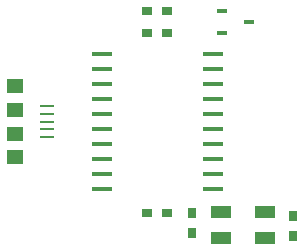
<source format=gtp>
G04 DipTrace 2.4.0.1*
%INinterface.frontpaste.gtp*%
%MOIN*%
%ADD39R,0.0335X0.0177*%
%ADD43R,0.0531X0.0512*%
%ADD45R,0.0531X0.0492*%
%ADD51R,0.0453X0.0079*%
%ADD53R,0.0354X0.0315*%
%ADD55R,0.0315X0.0354*%
%ADD57R,0.0709X0.0394*%
%ADD59R,0.0709X0.0157*%
%FSLAX44Y44*%
G04*
G70*
G90*
G75*
G01*
%LNTopPaste*%
%LPD*%
D59*
X11138Y7987D3*
Y8487D3*
Y8987D3*
Y9487D3*
Y9987D3*
Y10487D3*
Y10987D3*
Y11487D3*
Y11987D3*
Y12487D3*
X7437D3*
Y11987D3*
Y11487D3*
Y10987D3*
Y10487D3*
Y9987D3*
Y9487D3*
Y8987D3*
Y8487D3*
Y7987D3*
D57*
X12857Y7223D3*
X11401D3*
Y6357D3*
X12857D3*
D55*
X10437Y7187D3*
Y6518D3*
X13812Y6437D3*
Y7106D3*
D53*
X8937Y7187D3*
X9606D3*
X8937Y13187D3*
X9606D3*
D51*
X5600Y10749D3*
Y10493D3*
Y10237D3*
Y9981D3*
Y9725D3*
D45*
X4537Y11428D3*
Y9046D3*
D43*
Y10631D3*
Y9843D3*
D53*
X9606Y13937D3*
X8937D3*
D39*
X11437D3*
Y13189D3*
X12343Y13563D3*
M02*

</source>
